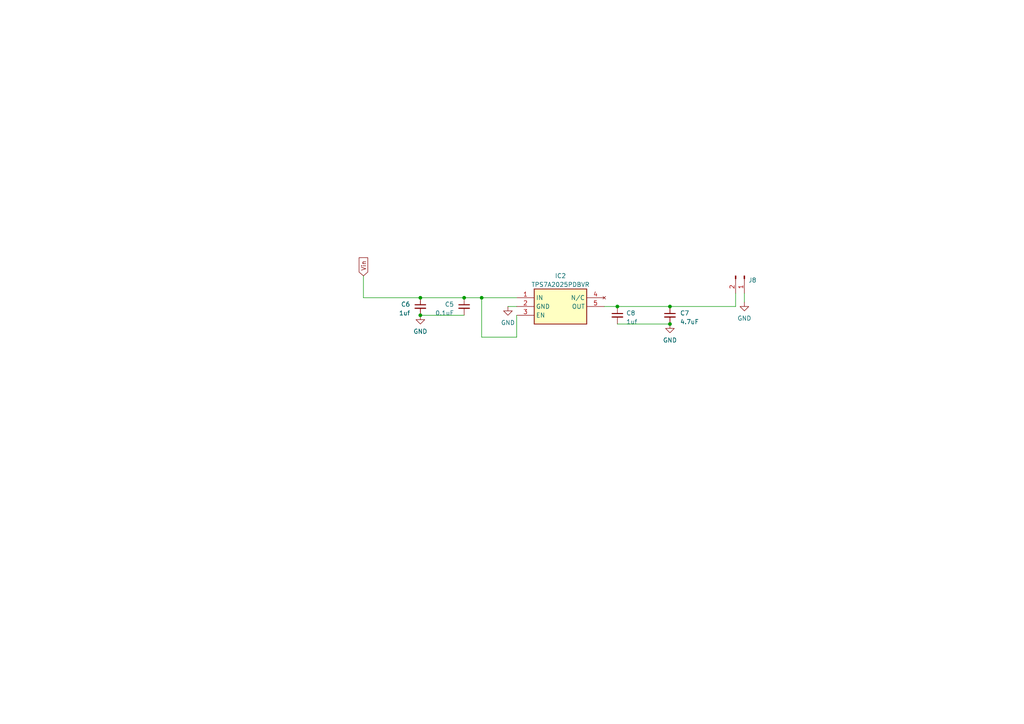
<source format=kicad_sch>
(kicad_sch (version 20230121) (generator eeschema)
  (paper "A4")
  (lib_symbols
    (symbol "Connector:Conn_01x02_Pin" (pin_names (offset 1.016) hide)
      (property "Reference" "J" (at 0 2.54 0))
      (property "Value" "Conn_01x02_Pin" (at 0 -5.08 0))
      (symbol "Conn_01x02_Pin_1_1"
        (polyline (pts (xy 1.27 -2.54) (xy 0.8636 -2.54)) (stroke (width 0.1524)))
        (polyline (pts (xy 1.27 0) (xy 0.8636 0)) (stroke (width 0.1524)))
        (rectangle (start 0.8636 -2.413) (end 0 -2.667) (stroke (width 0.1524)) (fill (type outline)))
        (rectangle (start 0.8636 0.127) (end 0 -0.127) (stroke (width 0.1524)) (fill (type outline)))
        (pin passive line (at 5.08 0 180) (length 3.81) (name "Pin_1") (number "1"))
        (pin passive line (at 5.08 -2.54 180) (length 3.81) (name "Pin_2") (number "2"))
      )
    )
    (symbol "Device:C_Small" (pin_numbers hide) (pin_names (offset 0.254) hide)
      (property "Reference" "C" (at 0.254 1.778 0))
      (property "Value" "C_Small" (at 0.254 -2.032 0))
      (symbol "C_Small_0_1"
        (polyline (pts (xy -1.524 -0.508) (xy 1.524 -0.508)) (stroke (width 0.3302)))
        (polyline (pts (xy -1.524 0.508) (xy 1.524 0.508)) (stroke (width 0.3048)))
      )
      (symbol "C_Small_1_1"
        (pin passive line (at 0 2.54 270) (length 2.032) (name "~") (number "1"))
        (pin passive line (at 0 -2.54 90) (length 2.032) (name "~") (number "2"))
      )
    )
    (symbol "Radar:DC_TPS7A20"
      (property "Reference" "IC" (at 21.59 7.62 0))
      (property "Value" "DC_TPS7A20" (at 21.59 5.08 0))
      (symbol "DC_TPS7A20_1_1"
        (rectangle (start 5.08 2.54) (end 20.32 -7.62) (stroke (width 0.254)) (fill (type background)))
        (pin passive line (at 0 0 0) (length 5.08) (name "IN") (number "1"))
        (pin passive line (at 0 -2.54 0) (length 5.08) (name "GND") (number "2"))
        (pin passive line (at 0 -5.08 0) (length 5.08) (name "EN") (number "3"))
        (pin no_connect line (at 25.4 0 180) (length 5.08) (name "N/C") (number "4"))
        (pin passive line (at 25.4 -2.54 180) (length 5.08) (name "OUT") (number "5"))
      )
    )
    (symbol "power:GND" (power) (pin_names (offset 0))
      (property "Value" "GND" (at 0 -3.81 0))
      (symbol "GND_0_1"
        (polyline (pts (xy 0 0) (xy 0 -1.27) (xy 1.27 -1.27) (xy 0 -2.54) (xy -1.27 -1.27) (xy 0 -1.27)))
      )
      (symbol "GND_1_1"
        (pin power_in line (at 0 0 270) (length 0) hide (name "GND") (number "1"))
      )
    )
  )
  (junction (at 179.07 88.9))
  (junction (at 121.92 86.36))
  (junction (at 194.31 93.98))
  (junction (at 134.62 86.36))
  (junction (at 139.7 86.36))
  (junction (at 194.31 88.9))
  (junction (at 121.92 91.44))
  (wire (pts (xy 139.7 86.36) (xy 149.86 86.36)))
  (wire (pts (xy 134.62 91.44) (xy 121.92 91.44)))
  (wire (pts (xy 134.62 86.36) (xy 121.92 86.36)))
  (wire (pts (xy 139.7 97.79) (xy 139.7 86.36)))
  (wire (pts (xy 149.86 91.44) (xy 149.86 97.79)))
  (wire (pts (xy 215.9 87.63) (xy 215.9 85.09)))
  (wire (pts (xy 213.36 88.9) (xy 194.31 88.9)))
  (wire (pts (xy 105.41 80.01) (xy 105.41 86.36)))
  (wire (pts (xy 149.86 97.79) (xy 139.7 97.79)))
  (wire (pts (xy 175.26 88.9) (xy 179.07 88.9)))
  (wire (pts (xy 147.32 88.9) (xy 149.86 88.9)))
  (wire (pts (xy 179.07 93.98) (xy 194.31 93.98)))
  (wire (pts (xy 134.62 86.36) (xy 139.7 86.36)))
  (wire (pts (xy 179.07 88.9) (xy 194.31 88.9)))
  (wire (pts (xy 213.36 85.09) (xy 213.36 88.9)))
  (wire (pts (xy 105.41 86.36) (xy 121.92 86.36)))
  (global_label "Vin" (shape input) (at 105.41 80.01 90) (property "Intersheetrefs" "${INTERSHEET_REFS}" (effects hide)))
  (symbol (lib_id "Device:C_Small") (at 121.92 88.9 0) (mirror y) (unit 1)
    (property "Reference" "C6" (at 118.999 88.2713 0) (effects (justify left)))
    (property "Value" "1uf" (at 118.999 90.8113 0) (effects (justify left)))
    (property "Footprint" "Capacitor_SMD:0603 usual" (effects hide))
    (instances (project "PowerBoard_20230712" (path "" (reference "C6") (unit 1)) (path "" (reference "C1") (unit 1)) (path "" (reference "C5") (unit 1))))
  )
  (symbol (lib_id "power:GND") (at 147.32 88.9 0) (mirror y) (unit 1)
    (property "Reference" "#PWR010" (effects hide))
    (property "Value" "GND" (at 147.32 93.599 0))
    (instances (project "PowerBoard_20230712" (path "" (reference "#PWR010") (unit 1)) (path "" (reference "#PWR04") (unit 1)) (path "" (reference "#PWR06") (unit 1))))
  )
  (symbol (lib_id "Device:C_Small") (at 134.62 88.9 0) (mirror y) (unit 1)
    (property "Reference" "C5" (at 131.699 88.2713 0) (effects (justify left)))
    (property "Value" "0.1uF" (at 131.699 90.8113 0) (effects (justify left)))
    (property "Footprint" "Capacitor_SMD:0603 usual" (effects hide))
    (instances (project "PowerBoard_20230712" (path "" (reference "C5") (unit 1)) (path "" (reference "C2") (unit 1)) (path "" (reference "C6") (unit 1))))
  )
  (symbol (lib_id "power:GND") (at 121.92 91.44 0) (mirror y) (unit 1)
    (property "Reference" "#PWR08" (effects hide))
    (property "Value" "GND" (at 121.92 96.139 0))
    (instances (project "PowerBoard_20230712" (path "" (reference "#PWR08") (unit 1)) (path "" (reference "#PWR03") (unit 1)) (path "" (reference "#PWR01") (unit 1))))
  )
  (symbol (lib_id "Device:C_Small") (at 179.07 91.44 0) (unit 1)
    (property "Reference" "C8" (at 181.61 90.8113 0) (effects (justify left)))
    (property "Value" "1uf" (at 181.61 93.3513 0) (effects (justify left)))
    (property "Footprint" "Capacitor_SMD:0603 usual" (effects hide))
    (instances (project "PowerBoard_20230712" (path "" (reference "C8") (unit 1)) (path "" (reference "C3") (unit 1)) (path "" (reference "C7") (unit 1))))
  )
  (symbol (lib_id "Radar:DC_TPS7A20") (at 149.86 86.36 0) (unit 1)
    (property "Reference" "IC2" (at 162.56 80.01 0))
    (property "Value" "TPS7A2025PDBVR" (at 162.56 82.55 0))
    (property "Footprint" "Music_Lab:DC_SOT95P280X145-5N" (effects hide))
    (property "Datasheet" "https://www.ti.com/lit/ds/symlink/tps7a20.pdf?ts=1608958015178&ref_url=https%253A%252F%252Fwww.mouser.mx%252F" (effects hide))
    (property "Height" "1.45" (effects hide))
    (property "Mouser Part Number" "595-TPS7A2025PDBVR" (effects hide))
    (property "Mouser Price/Stock" "https://www.mouser.co.uk/ProductDetail/Texas-Instruments/TPS7A2025PDBVR?qs=hd1VzrDQEGjF%252BORCie8Lyg%3D%3D" (effects hide))
    (property "Manufacturer_Name" "Texas Instruments" (effects hide))
    (property "Manufacturer_Part_Number" "TPS7A2025PDBVR" (effects hide))
  )
  (symbol (lib_id "Connector:Conn_01x02_Pin") (at 215.9 80.01 270) (unit 1)
    (property "Reference" "J7" (at 217.043 81.28 90) (effects (justify left)))
    (property "Value" "Conn_01x02_Pin" (effects hide))
    (property "Footprint" "Connector_JST:JST_XH_B2B-XH-A_1x02_P2.50mm_Vertical" (effects hide))
    (instances (project "PowerBoard_20230712" (path "" (reference "J8") (unit 1)) (path "" (reference "J2") (unit 1))))
  )
  (symbol (lib_id "Device:C_Small") (at 194.31 91.44 0) (unit 1)
    (property "Reference" "C7" (at 197.231 90.8113 0) (effects (justify left)))
    (property "Value" "4.7uF" (at 197.231 93.3513 0) (effects (justify left)))
    (property "Footprint" "Capacitor_SMD:0603 usual" (effects hide))
    (instances (project "PowerBoard_20230712" (path "" (reference "C7") (unit 1)) (path "" (reference "C4") (unit 1)) (path "" (reference "C8") (unit 1))))
  )
  (symbol (lib_id "power:GND") (at 215.9 87.63 0) (unit 1)
    (property "Reference" "#PWR09" (effects hide))
    (property "Value" "GND" (at 215.9 92.329 0))
    (instances (project "PowerBoard_20230712" (path "" (reference "#PWR09") (unit 1)) (path "" (reference "#PWR02") (unit 1)) (path "" (reference "#PWR08") (unit 1))))
  )
  (symbol (lib_id "power:GND") (at 194.31 93.98 0) (unit 1)
    (property "Reference" "#PWR09" (effects hide))
    (property "Value" "GND" (at 194.31 98.679 0))
    (instances (project "PowerBoard_20230712" (path "" (reference "#PWR09") (unit 1)) (path "" (reference "#PWR05") (unit 1)) (path "" (reference "#PWR07") (unit 1))))
  )
)
</source>
